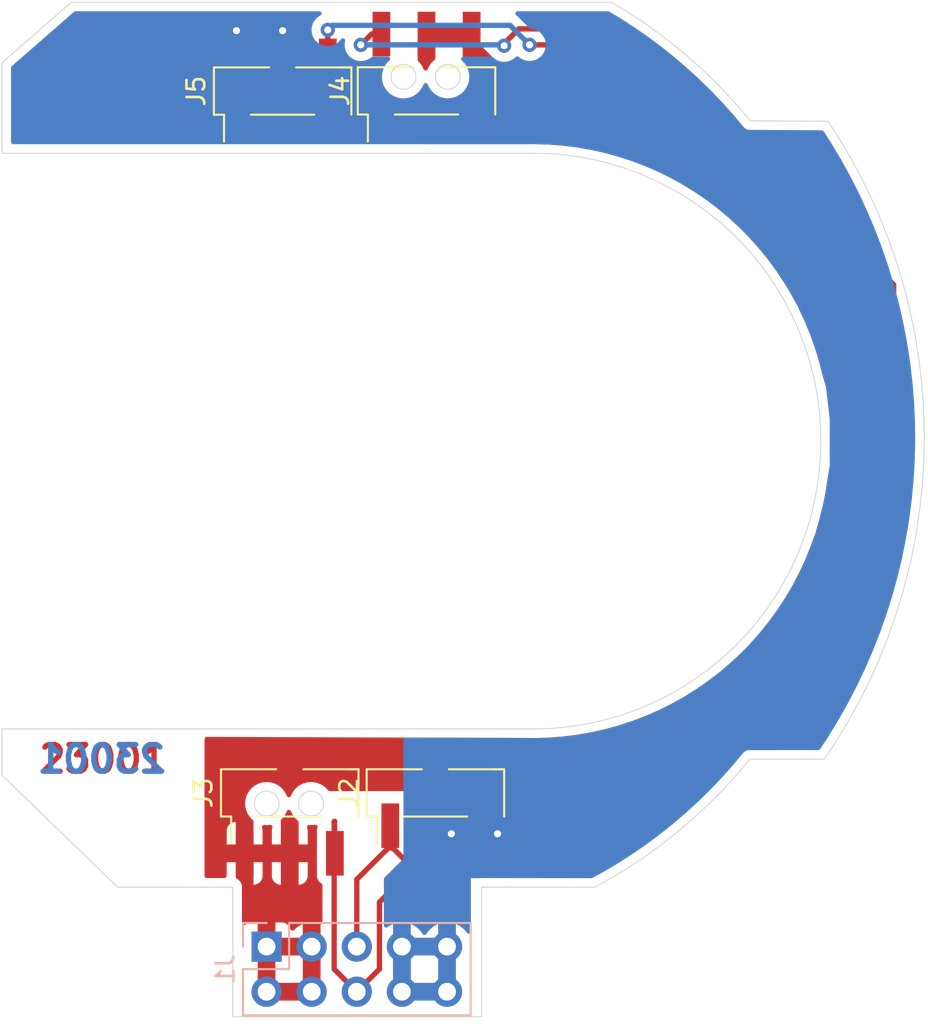
<source format=kicad_pcb>
(kicad_pcb (version 20211014) (generator pcbnew)
  (layers (0 "F.Cu" signal) (31 "B.Cu" signal) (34 "B.Paste" user) (35 "F.Paste" user) (36 "B.SilkS" user "B.Silkscreen") (37 "F.SilkS" user "F.Silkscreen") (38 "B.Mask" user) (39 "F.Mask" user) (44 "Edge.Cuts" user))
  (net 0 "")
  (net 1 "GND")
  (net 2 "/canl")
  (net 3 "/canh")
  (net 4 "+24V")
  (footprint "Connector_PinHeader_2.54mm:PinHeader_1x03_P2.54mm_Vertical_SMD_Pin1Left" (layer "F.Cu") (at 91 115.4 90)
    (fp_text reference "J3" (at 0 -4.87 90) (layer "F.SilkS"))
    (fp_text value "Conn_01x03_Female" hide)
    (fp_line (start 1.33 3.3) (end 1.33 3.87) (layer "F.SilkS") (width 0.12))
    (fp_line (start -1.33 -3.87) (end 1.33 -3.87) (layer "F.SilkS") (width 0.12))
    (fp_line (start -1.33 3.87) (end 1.33 3.87) (layer "F.SilkS") (width 0.12))
    (fp_line (start -1.33 -1.78) (end -1.33 1.78) (layer "F.SilkS") (width 0.12))
    (fp_line (start -1.33 -3.3) (end -2.85 -3.3) (layer "F.SilkS") (width 0.12))
    (fp_line (start 1.33 -3.87) (end 1.33 -0.76) (layer "F.SilkS") (width 0.12))
    (fp_line (start 1.33 0.76) (end 1.33 3.87) (layer "F.SilkS") (width 0.12))
    (fp_line (start -1.33 -3.87) (end -1.33 -3.3) (layer "F.SilkS") (width 0.12))
    (pad "1" smd rect (at -3.4 -2.54 90) (size 2.51 1) (layers "F.Cu" "F.Paste" "F.Mask") (net 4 "+24V"))
    (pad "2" smd rect (at -3.4 0 90) (size 2.51 1) (layers "F.Cu" "F.Paste" "F.Mask") (net 4 "+24V"))
    (pad "3" smd rect (at -3.4 2.54 90) (size 2.51 1) (layers "F.Cu" "F.Paste" "F.Mask") (net 2 "/canl"))
  )
  (footprint "Connector_PinHeader_2.54mm:PinHeader_1x03_P2.54mm_Vertical_SMD_Pin1Left" (layer "F.Cu") (at 98.7 75.89 90)
    (fp_text reference "J4" (at 0 -4.87 90) (layer "F.SilkS"))
    (fp_text value "Conn_01x03_Female" hide)
    (fp_line (start -1.33 -1.78) (end -1.33 1.78) (layer "F.SilkS") (width 0.12))
    (fp_line (start 1.33 -3.87) (end 1.33 -0.76) (layer "F.SilkS") (width 0.12))
    (fp_line (start -1.33 -3.87) (end -1.33 -3.3) (layer "F.SilkS") (width 0.12))
    (fp_line (start 1.33 3.3) (end 1.33 3.87) (layer "F.SilkS") (width 0.12))
    (fp_line (start -1.33 -3.3) (end -2.85 -3.3) (layer "F.SilkS") (width 0.12))
    (fp_line (start -1.33 -3.87) (end 1.33 -3.87) (layer "F.SilkS") (width 0.12))
    (fp_line (start 1.33 0.76) (end 1.33 3.87) (layer "F.SilkS") (width 0.12))
    (fp_line (start -1.33 3.87) (end 1.33 3.87) (layer "F.SilkS") (width 0.12))
    (pad "1" smd rect (at 3.2 -2.54 90) (size 2.51 1) (layers "F.Cu" "F.Paste" "F.Mask") (net 2 "/canl"))
    (pad "2" smd rect (at 3.2 0 90) (size 2.51 1) (layers "F.Cu" "F.Paste" "F.Mask") (net 4 "+24V"))
    (pad "3" smd rect (at 3.2 2.54 90) (size 2.51 1) (layers "F.Cu" "F.Paste" "F.Mask") (net 4 "+24V"))
  )
  (footprint "Connector_PinHeader_2.54mm:PinHeader_1x03_P2.54mm_Vertical_SMD_Pin1Left" (layer "F.Cu") (at 99.2 115.4 90)
    (fp_text reference "J2" (at 0 -4.87 90) (layer "F.SilkS"))
    (fp_text value "Conn_01x03_Male" hide)
    (fp_line (start -1.33 3.87) (end 1.33 3.87) (layer "F.SilkS") (width 0.12))
    (fp_line (start -1.33 -3.3) (end -2.85 -3.3) (layer "F.SilkS") (width 0.12))
    (fp_line (start -1.33 -3.87) (end 1.33 -3.87) (layer "F.SilkS") (width 0.12))
    (fp_line (start -1.33 -3.87) (end -1.33 -3.3) (layer "F.SilkS") (width 0.12))
    (fp_line (start 1.33 -3.87) (end 1.33 -0.76) (layer "F.SilkS") (width 0.12))
    (fp_line (start -1.33 -1.78) (end -1.33 1.78) (layer "F.SilkS") (width 0.12))
    (fp_line (start 1.33 3.3) (end 1.33 3.87) (layer "F.SilkS") (width 0.12))
    (fp_line (start 1.33 0.76) (end 1.33 3.87) (layer "F.SilkS") (width 0.12))
    (pad "1" smd rect (at -1.845 -2.54 90) (size 2.51 1) (layers "F.Cu" "F.Paste" "F.Mask") (net 3 "/canh"))
    (pad "2" smd rect (at -1.845 0 90) (size 2.51 1) (layers "F.Cu" "F.Paste" "F.Mask") (net 1 "GND"))
    (pad "3" smd rect (at -1.845 2.54 90) (size 2.51 1) (layers "F.Cu" "F.Paste" "F.Mask") (net 1 "GND"))
  )
  (footprint "Connector_PinHeader_2.54mm:PinHeader_1x03_P2.54mm_Vertical_SMD_Pin1Left" (layer "F.Cu") (at 90.6 75.9 90)
    (fp_text reference "J5" (at 0 -4.87 90) (layer "F.SilkS"))
    (fp_text value "Conn_01x03_Male" hide)
    (fp_line (start -1.33 3.87) (end 1.33 3.87) (layer "F.SilkS") (width 0.12))
    (fp_line (start 1.33 0.76) (end 1.33 3.87) (layer "F.SilkS") (width 0.12))
    (fp_line (start 1.33 3.3) (end 1.33 3.87) (layer "F.SilkS") (width 0.12))
    (fp_line (start 1.33 -3.87) (end 1.33 -0.76) (layer "F.SilkS") (width 0.12))
    (fp_line (start -1.33 -3.3) (end -2.85 -3.3) (layer "F.SilkS") (width 0.12))
    (fp_line (start -1.33 -3.87) (end 1.33 -3.87) (layer "F.SilkS") (width 0.12))
    (fp_line (start -1.33 -3.87) (end -1.33 -3.3) (layer "F.SilkS") (width 0.12))
    (fp_line (start -1.33 -1.78) (end -1.33 1.78) (layer "F.SilkS") (width 0.12))
    (pad "1" smd rect (at 1.7 -2.54 90) (size 2.51 1) (layers "F.Cu" "F.Paste" "F.Mask") (net 1 "GND"))
    (pad "2" smd rect (at 1.7 0 90) (size 2.51 1) (layers "F.Cu" "F.Paste" "F.Mask") (net 1 "GND"))
    (pad "3" smd rect (at 1.7 2.54 90) (size 2.51 1) (layers "F.Cu" "F.Paste" "F.Mask") (net 3 "/canh"))
  )
  (footprint "Connector_PinHeader_2.54mm:PinHeader_2x05_P2.54mm_Vertical" (layer "B.Cu") (at 89.695 124.05 -90)
    (fp_text reference "J1" (at 1.27 2.33 90) (layer "B.SilkS") (effects (justify mirror)))
    (fp_text value "Conn_02x05_Odd_Even" hide)
    (fp_line (start 1.27 1.33) (end 3.87 1.33) (layer "B.SilkS") (width 0.12))
    (fp_line (start -1.33 -11.49) (end 3.87 -11.49) (layer "B.SilkS") (width 0.12))
    (fp_line (start 3.87 1.33) (end 3.87 -11.49) (layer "B.SilkS") (width 0.12))
    (fp_line (start -1.33 -1.27) (end -1.33 -11.49) (layer "B.SilkS") (width 0.12))
    (fp_line (start -1.33 1.33) (end 0 1.33) (layer "B.SilkS") (width 0.12))
    (fp_line (start -1.33 -1.27) (end 1.27 -1.27) (layer "B.SilkS") (width 0.12))
    (fp_line (start -1.33 0) (end -1.33 1.33) (layer "B.SilkS") (width 0.12))
    (fp_line (start 1.27 -1.27) (end 1.27 1.33) (layer "B.SilkS") (width 0.12))
    (pad "1" thru_hole rect locked (at 0 0 270) (size 1.7 1.7) (drill 1) (layers *.Cu *.Mask) (net 4 "+24V"))
    (pad "2" thru_hole oval locked (at 2.54 0 270) (size 1.7 1.7) (drill 1) (layers *.Cu *.Mask) (net 4 "+24V"))
    (pad "3" thru_hole oval locked (at 0 -2.54 270) (size 1.7 1.7) (drill 1) (layers *.Cu *.Mask) (net 4 "+24V"))
    (pad "4" thru_hole oval locked (at 2.54 -2.54 270) (size 1.7 1.7) (drill 1) (layers *.Cu *.Mask) (net 4 "+24V"))
    (pad "5" thru_hole oval locked (at 0 -5.08 270) (size 1.7 1.7) (drill 1) (layers *.Cu *.Mask) (net 3 "/canh"))
    (pad "6" thru_hole oval locked (at 2.54 -5.08 270) (size 1.7 1.7) (drill 1) (layers *.Cu *.Mask) (net 2 "/canl"))
    (pad "7" thru_hole oval locked (at 0 -7.62 270) (size 1.7 1.7) (drill 1) (layers *.Cu *.Mask) (net 1 "GND"))
    (pad "8" thru_hole oval locked (at 2.54 -7.62 270) (size 1.7 1.7) (drill 1) (layers *.Cu *.Mask) (net 1 "GND"))
    (pad "9" thru_hole oval locked (at 0 -10.16 270) (size 1.7 1.7) (drill 1) (layers *.Cu *.Mask) (net 1 "GND"))
    (pad "10" thru_hole oval locked (at 2.54 -10.16 270) (size 1.7 1.7) (drill 1) (layers *.Cu *.Mask) (net 1 "GND"))
  )
  (gr_circle (center 99.9 75.1) (end 99.2 75.1) (layer "Edge.Cuts") (width 0.05) (fill none))
  (gr_circle (center 97.4 75.1) (end 96.7 75.1) (layer "Edge.Cuts") (width 0.05) (fill none))
  (gr_circle (center 89.7 116) (end 90.4 116) (layer "Edge.Cuts") (width 0.05) (fill none))
  (gr_line (start 78.7 70.9) (end 109.1 70.9) (layer "Edge.Cuts") (width 0.05))
  (gr_line (start 121.097291 113.498135) (end 116.9 113.5) (layer "Edge.Cuts") (width 0.05))
  (gr_line (start 87.8 128) (end 87.8 120.7) (layer "Edge.Cuts") (width 0.05))
  (gr_arc (start 116.899999 113.499999) (mid 112.891266 117.543701) (end 108.157346 120.707793) (layer "Edge.Cuts") (width 0.05))
  (gr_line (start 74.8 111.8) (end 104.7 111.8) (layer "Edge.Cuts") (width 0.05))
  (gr_arc (start 104.7 79.4) (mid 120.9 95.6) (end 104.7 111.8) (layer "Edge.Cuts") (width 0.05))
  (gr_line (start 101.8 128) (end 87.8 128) (layer "Edge.Cuts") (width 0.05))
  (gr_line (start 74.8 74.3) (end 78.7 70.9) (layer "Edge.Cuts") (width 0.05))
  (gr_line (start 74.8 79.4) (end 74.8 74.3) (layer "Edge.Cuts") (width 0.05))
  (gr_arc (start 109.1 70.900001) (mid 113.318077 73.882248) (end 116.929495 77.575977) (layer "Edge.Cuts") (width 0.05))
  (gr_line (start 74.8 114.4) (end 74.8 111.8) (layer "Edge.Cuts") (width 0.05))
  (gr_line (start 81.3 120.7) (end 74.8 114.4) (layer "Edge.Cuts") (width 0.05))
  (gr_line (start 116.929495 77.575977) (end 121.3 77.6) (layer "Edge.Cuts") (width 0.05))
  (gr_line (start 74.8 79.4) (end 104.7 79.4) (layer "Edge.Cuts") (width 0.05))
  (gr_line (start 87.8 120.7) (end 81.3 120.7) (layer "Edge.Cuts") (width 0.05))
  (gr_arc (start 121.3 77.6) (mid 126.72268 95.580261) (end 121.097291 113.498135) (layer "Edge.Cuts") (width 0.05))
  (gr_circle (center 92.2 116) (end 92.9 116) (layer "Edge.Cuts") (width 0.05) (fill none))
  (gr_line (start 101.8 120.7) (end 101.8 128) (layer "Edge.Cuts") (width 0.05))
  (gr_line (start 108.157346 120.707793) (end 101.8 120.7) (layer "Edge.Cuts") (width 0.05))
  (gr_text "23001" (at 80.5 113.5) (layer "F.Cu") (effects (font (size 1.5 1.5) (thickness 0.3))))
  (gr_text "23001" (at 80.4 113.5) (layer "B.Cu") (effects (font (size 1.5 1.5) (thickness 0.3)) (justify mirror)))
  (segment (start 102.7 117.7) (end 102.195 117.7) (width 0.5) (layer "F.Cu") (net 1))
  (segment (start 88 74.14) (end 88 72.5) (width 0.5) (layer "F.Cu") (net 1))
  (segment (start 90.6 74.2) (end 90.6 72.5) (width 0.5) (layer "F.Cu") (net 1))
  (segment (start 101.625 117.13) (end 101.625 116.325) (width 0.5) (layer "F.Cu") (net 1))
  (segment (start 102.7 117.7) (end 101.625 116.625) (width 0.5) (layer "F.Cu") (net 1))
  (segment (start 99.1 116.7) (end 99.1 116.3) (width 0.5) (layer "F.Cu") (net 1))
  (segment (start 88.06 74.2) (end 88 74.14) (width 0.5) (layer "F.Cu") (net 1))
  (segment (start 100.1 117.7) (end 99.1 116.7) (width 0.5) (layer "F.Cu") (net 1))
  (segment (start 101.625 116.625) (end 101.625 116.425) (width 0.5) (layer "F.Cu") (net 1))
  (segment (start 102.195 117.7) (end 101.625 117.13) (width 0.5) (layer "F.Cu") (net 1))
  (via (at 102.7 117.7) (size 0.8) (drill 0.4) (layers "F.Cu" "B.Cu") (net 1))
  (via (at 88 72.5) (size 0.8) (drill 0.4) (layers "F.Cu" "B.Cu") (net 1))
  (via (at 100.1 117.7) (size 0.8) (drill 0.4) (layers "F.Cu" "B.Cu") (net 1))
  (via (at 90.6 72.5) (size 0.8) (drill 0.4) (layers "F.Cu" "B.Cu") (net 1))
  (segment (start 100.1 117.7) (end 100.8 118.4) (width 0.5) (layer "B.Cu") (net 1))
  (segment (start 100.8 118.4) (end 101.6 118.4) (width 0.5) (layer "B.Cu") (net 1))
  (segment (start 119.2 112.7) (end 115.2 112.7) (width 0.3) (layer "F.Cu") (net 2))
  (segment (start 119.9 78.3) (end 122.2 80.6) (width 0.3) (layer "F.Cu") (net 2))
  (segment (start 103.9 72.4) (end 109.9 72.4) (width 0.3) (layer "F.Cu") (net 2))
  (segment (start 96.16 72.69) (end 95.61 72.69) (width 0.3) (layer "F.Cu") (net 2))
  (segment (start 94.775 126.59) (end 93.5 125.315) (width 0.3) (layer "F.Cu") (net 2))
  (segment (start 103.070265 73.229735) (end 103.9 72.4) (width 0.3) (layer "F.Cu") (net 2))
  (segment (start 109.9 72.4) (end 115.8 78.3) (width 0.3) (layer "F.Cu") (net 2))
  (segment (start 122.2 80.6) (end 122.2 84) (width 0.3) (layer "F.Cu") (net 2))
  (segment (start 107.9 120) (end 97.6 120) (width 0.3) (layer "F.Cu") (net 2))
  (segment (start 125 86.8) (end 125 103.3) (width 0.3) (layer "F.Cu") (net 2))
  (segment (start 95.61 72.69) (end 95 73.3) (width 0.3) (layer "F.Cu") (net 2))
  (segment (start 103.070265 73.347576) (end 103.070265 73.229735) (width 0.3) (layer "F.Cu") (net 2))
  (segment (start 122.2 84) (end 125 86.8) (width 0.3) (layer "F.Cu") (net 2))
  (segment (start 122.9 109) (end 119.2 112.7) (width 0.3) (layer "F.Cu") (net 2))
  (segment (start 96.05 125.315) (end 94.775 126.59) (width 0.3) (layer "F.Cu") (net 2))
  (segment (start 96.05 121.55) (end 96.05 125.315) (width 0.3) (layer "F.Cu") (net 2))
  (segment (start 125 103.3) (end 122.9 105.4) (width 0.3) (layer "F.Cu") (net 2))
  (segment (start 97.6 120) (end 96.05 121.55) (width 0.3) (layer "F.Cu") (net 2))
  (segment (start 115.2 112.7) (end 107.9 120) (width 0.3) (layer "F.Cu") (net 2))
  (segment (start 115.8 78.3) (end 119.9 78.3) (width 0.3) (layer "F.Cu") (net 2))
  (segment (start 122.9 105.4) (end 122.9 109) (width 0.3) (layer "F.Cu") (net 2))
  (segment (start 93.5 125.315) (end 93.5 117.025) (width 0.3) (layer "F.Cu") (net 2))
  (segment (start 93.5 117.025) (end 93.525 117) (width 0.3) (layer "F.Cu") (net 2))
  (segment (start 93.525 117) (end 93.525 117.825) (width 0.3) (layer "F.Cu") (net 2))
  (via (at 95 73.3) (size 0.8) (drill 0.4) (layers "F.Cu" "B.Cu") (net 2))
  (via (at 103.070265 73.347576) (size 0.8) (drill 0.4) (layers "F.Cu" "B.Cu") (net 2))
  (segment (start 103.022689 73.3) (end 95 73.3) (width 0.3) (layer "B.Cu") (net 2))
  (segment (start 103.070265 73.347576) (end 103.022689 73.3) (width 0.3) (layer "B.Cu") (net 2))
  (segment (start 115 112) (end 107.7 119.3) (width 0.3) (layer "F.Cu") (net 3))
  (segment (start 104.5 73.3) (end 109.8 73.3) (width 0.3) (layer "F.Cu") (net 3))
  (segment (start 121.5 84.3) (end 124.3 87.1) (width 0.3) (layer "F.Cu") (net 3))
  (segment (start 121.5 80.8) (end 121.5 84.3) (width 0.3) (layer "F.Cu") (net 3))
  (segment (start 122.2 108.6) (end 118.8 112) (width 0.3) (layer "F.Cu") (net 3))
  (segment (start 107.7 119.3) (end 97.6 119.3) (width 0.3) (layer "F.Cu") (net 3))
  (segment (start 118.8 112) (end 115 112) (width 0.3) (layer "F.Cu") (net 3))
  (segment (start 124.3 102.95) (end 122.2 105.05) (width 0.3) (layer "F.Cu") (net 3))
  (segment (start 96.8 118.5) (end 96.545 118.5) (width 0.3) (layer "F.Cu") (net 3))
  (segment (start 97.6 119.3) (end 96.8 118.5) (width 0.3) (layer "F.Cu") (net 3))
  (segment (start 96.545 118.5) (end 94.775 120.27) (width 0.3) (layer "F.Cu") (net 3))
  (segment (start 109.8 73.3) (end 115.5 79) (width 0.3) (layer "F.Cu") (net 3))
  (segment (start 122.2 105.05) (end 122.2 108.6) (width 0.3) (layer "F.Cu") (net 3))
  (segment (start 93.14 72.46) (end 93.14 74.2) (width 0.3) (layer "F.Cu") (net 3))
  (segment (start 119.7 79) (end 121.5 80.8) (width 0.3) (layer "F.Cu") (net 3))
  (segment (start 94.775 120.27) (end 94.775 124.05) (width 0.3) (layer "F.Cu") (net 3))
  (segment (start 115.5 79) (end 119.7 79) (width 0.3) (layer "F.Cu") (net 3))
  (segment (start 124.3 87.1) (end 124.3 102.95) (width 0.3) (layer "F.Cu") (net 3))
  (via (at 93.14 72.46) (size 0.8) (drill 0.4) (layers "F.Cu" "B.Cu") (net 3))
  (via (at 104.5 73.3) (size 0.8) (drill 0.4) (layers "F.Cu" "B.Cu") (net 3))
  (segment (start 104.5 73.3) (end 103.4 72.2) (width 0.3) (layer "B.Cu") (net 3))
  (segment (start 93.4 72.2) (end 93.14 72.46) (width 0.3) (layer "B.Cu") (net 3))
  (segment (start 103.4 72.2) (end 93.4 72.2) (width 0.3) (layer "B.Cu") (net 3))
  (segment (start 101.24 73.52) (end 103 75.28) (width 1) (layer "F.Cu") (net 4))
  (segment (start 101.24 72.69) (end 98.7 72.69) (width 1) (layer "F.Cu") (net 4))
  (segment (start 101.24 72.69) (end 101.24 73.94) (width 0.5) (layer "F.Cu") (net 4))
  (zone (net 4) (net_name "+24V") (layer "F.Cu") (connect_pads (clearance 0.508)) (min_thickness 0.254) (fill yes (thermal_gap 0.508) (thermal_bridge_width 1))
    (polygon (pts (xy 124.5 85.9) (xy 124.5 104.9) (xy 115.1 115.3) (xy 93.1 115.3) (xy 93.1 127.3) (xy 86.2 127.6) (xy 86.2 112) (xy 105.6 112) (xy 107.1 111.9) (xy 109.2 111.5) (xy 111.4 110.8) (xy 113.3 109.8) (xy 115.2 108.5) (xy 116.2 107.6) (xy 117.6 106.1) (xy 118.7 104.6) (xy 119.7 102.9) (xy 120.6 100.8) (xy 121.1 98.9) (xy 121.4 97) (xy 121.4 94.3) (xy 121.2 92.6) (xy 120.7 90.8) (xy 120.2 89.4) (xy 119.6 88) (xy 118.9 86.8) (xy 117.2 84.6) (xy 115.9 83.3) (xy 114.8 82.4) (xy 113.5 81.5) (xy 112.4 80.9) (xy 111.1 80.3) (xy 110.2 80) (xy 108.9 79.6) (xy 107.3 79.3) (xy 105.7 79.1) (xy 98.2 79.1) (xy 98.2 73.3) (xy 112 73.3)))
  )
  (zone (net 1) (net_name "GND") (layer "B.Cu") (connect_pads (clearance 0.508)) (min_thickness 0.254) (fill yes (thermal_gap 0.508) (thermal_bridge_width 1))
    (polygon (pts (xy 116.9 77.9) (xy 121 77.9) (xy 122.6 80.7) (xy 123.2 81.8) (xy 124.1 83.7) (xy 124.7 85.3) (xy 125.4 87.5) (xy 125.9 89.8) (xy 126.2 91.9) (xy 126.4 93.7) (xy 126.4 97.6) (xy 126.1 99.9) (xy 125.7 102.3) (xy 125.2 104.3) (xy 124.5 106.3) (xy 123.7 108.3) (xy 122.4 110.9) (xy 121.1 113.1) (xy 116.7 113.1) (xy 115.3 114.7) (xy 114 116) (xy 112.1 117.6) (xy 110.5 118.8) (xy 108.1 120.2) (xy 101.2 120.2) (xy 101.2 127.2) (xy 96.3 127.2) (xy 96.3 123.5) (xy 96.3 120.2) (xy 97.4 119.1) (xy 97.4 117.2) (xy 97.4 112) (xy 105.5 112) (xy 107.1 111.9) (xy 109.2 111.5) (xy 111.4 110.8) (xy 113.3 109.8) (xy 115.2 108.5) (xy 116.4 107.4) (xy 117.6 106.1) (xy 118.7 104.6) (xy 119.8 102.7) (xy 120.6 100.8) (xy 121.1 98.8) (xy 121.4 97) (xy 121.4 94.3) (xy 121.2 92.6) (xy 120.7 90.8) (xy 120.2 89.4) (xy 119.6 88) (xy 118.9 86.8) (xy 118 85.6) (xy 117.2 84.6) (xy 116 83.4) (xy 114.8 82.4) (xy 113.5 81.5) (xy 112.4 80.9) (xy 111.1 80.3) (xy 109.9 79.9) (xy 108.8 79.6) (xy 107.3 79.3) (xy 105.7 79.1) (xy 75.1 79.1) (xy 75.1 74.5) (xy 78.8 71.2) (xy 111.4 71.2)))
  )
)
</source>
